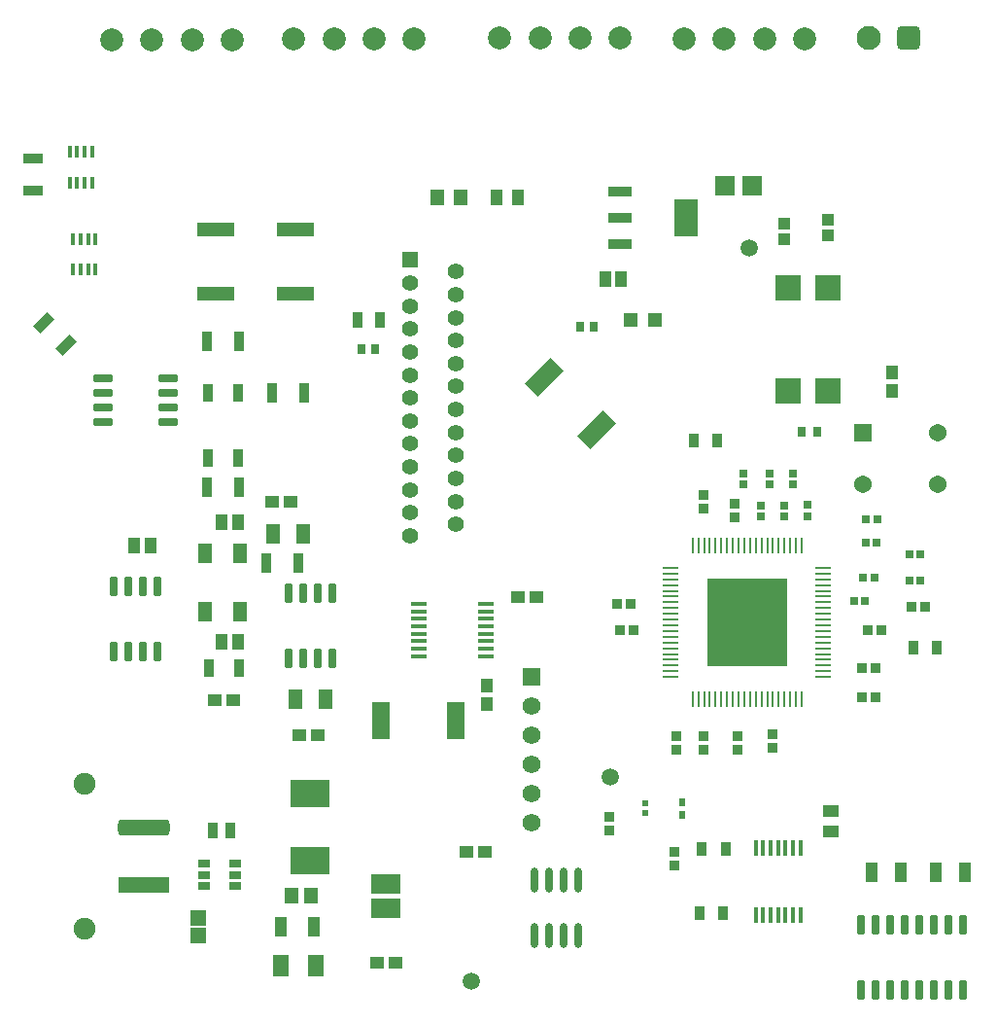
<source format=gbr>
G04*
G04 #@! TF.GenerationSoftware,Altium Limited,Altium Designer,25.2.1 (25)*
G04*
G04 Layer_Color=255*
%FSLAX25Y25*%
%MOIN*%
G70*
G04*
G04 #@! TF.SameCoordinates,93333BF9-B9FA-480E-9F15-3530D08D3613*
G04*
G04*
G04 #@! TF.FilePolarity,Positive*
G04*
G01*
G75*
%ADD18R,0.04758X0.03985*%
%ADD19O,0.02362X0.08661*%
%ADD20R,0.08465X0.12795*%
%ADD21R,0.08465X0.03740*%
G04:AMPARAMS|DCode=22|XSize=62.99mil|YSize=125.98mil|CornerRadius=0mil|HoleSize=0mil|Usage=FLASHONLY|Rotation=315.000|XOffset=0mil|YOffset=0mil|HoleType=Round|Shape=Rectangle|*
%AMROTATEDRECTD22*
4,1,4,-0.06681,-0.02227,0.02227,0.06681,0.06681,0.02227,-0.02227,-0.06681,-0.06681,-0.02227,0.0*
%
%ADD22ROTATEDRECTD22*%

%ADD23R,0.03963X0.05544*%
%ADD24R,0.05800X0.01400*%
%ADD25R,0.04724X0.05709*%
%ADD26R,0.06299X0.12598*%
%ADD27R,0.09055X0.08661*%
%ADD28R,0.04134X0.07087*%
%ADD29R,0.01797X0.03928*%
%ADD30R,0.04724X0.04724*%
%ADD31R,0.02894X0.03394*%
G04:AMPARAMS|DCode=32|XSize=271.65mil|YSize=303.15mil|CornerRadius=1.36mil|HoleSize=0mil|Usage=FLASHONLY|Rotation=180.000|XOffset=0mil|YOffset=0mil|HoleType=Round|Shape=RoundedRectangle|*
%AMROUNDEDRECTD32*
21,1,0.27165,0.30043,0,0,180.0*
21,1,0.26894,0.30315,0,0,180.0*
1,1,0.00272,-0.13447,0.15022*
1,1,0.00272,0.13447,0.15022*
1,1,0.00272,0.13447,-0.15022*
1,1,0.00272,-0.13447,-0.15022*
%
%ADD32ROUNDEDRECTD32*%
G04:AMPARAMS|DCode=33|XSize=9.84mil|YSize=51.18mil|CornerRadius=1.97mil|HoleSize=0mil|Usage=FLASHONLY|Rotation=180.000|XOffset=0mil|YOffset=0mil|HoleType=Round|Shape=RoundedRectangle|*
%AMROUNDEDRECTD33*
21,1,0.00984,0.04724,0,0,180.0*
21,1,0.00591,0.05118,0,0,180.0*
1,1,0.00394,-0.00295,0.02362*
1,1,0.00394,0.00295,0.02362*
1,1,0.00394,0.00295,-0.02362*
1,1,0.00394,-0.00295,-0.02362*
%
%ADD33ROUNDEDRECTD33*%
G04:AMPARAMS|DCode=34|XSize=9.84mil|YSize=51.18mil|CornerRadius=1.97mil|HoleSize=0mil|Usage=FLASHONLY|Rotation=270.000|XOffset=0mil|YOffset=0mil|HoleType=Round|Shape=RoundedRectangle|*
%AMROUNDEDRECTD34*
21,1,0.00984,0.04724,0,0,270.0*
21,1,0.00591,0.05118,0,0,270.0*
1,1,0.00394,-0.02362,-0.00295*
1,1,0.00394,-0.02362,0.00295*
1,1,0.00394,0.02362,0.00295*
1,1,0.00394,0.02362,-0.00295*
%
%ADD34ROUNDEDRECTD34*%
%ADD35R,0.06693X0.03740*%
%ADD36R,0.02362X0.02953*%
%ADD37R,0.03740X0.06693*%
%ADD38R,0.04724X0.06890*%
%ADD39R,0.04921X0.07087*%
G04:AMPARAMS|DCode=40|XSize=25.59mil|YSize=64.96mil|CornerRadius=1.92mil|HoleSize=0mil|Usage=FLASHONLY|Rotation=180.000|XOffset=0mil|YOffset=0mil|HoleType=Round|Shape=RoundedRectangle|*
%AMROUNDEDRECTD40*
21,1,0.02559,0.06112,0,0,180.0*
21,1,0.02175,0.06496,0,0,180.0*
1,1,0.00384,-0.01088,0.03056*
1,1,0.00384,0.01088,0.03056*
1,1,0.00384,0.01088,-0.03056*
1,1,0.00384,-0.01088,-0.03056*
%
%ADD40ROUNDEDRECTD40*%
%ADD41R,0.03985X0.04758*%
%ADD42R,0.03543X0.06102*%
%ADD43R,0.03740X0.06693*%
%ADD44R,0.02953X0.03543*%
%ADD45R,0.03740X0.05709*%
G04:AMPARAMS|DCode=46|XSize=25.59mil|YSize=64.96mil|CornerRadius=1.92mil|HoleSize=0mil|Usage=FLASHONLY|Rotation=90.000|XOffset=0mil|YOffset=0mil|HoleType=Round|Shape=RoundedRectangle|*
%AMROUNDEDRECTD46*
21,1,0.02559,0.06112,0,0,90.0*
21,1,0.02175,0.06496,0,0,90.0*
1,1,0.00384,0.03056,0.01088*
1,1,0.00384,0.03056,-0.01088*
1,1,0.00384,-0.03056,-0.01088*
1,1,0.00384,-0.03056,0.01088*
%
%ADD46ROUNDEDRECTD46*%
G04:AMPARAMS|DCode=47|XSize=37.4mil|YSize=66.93mil|CornerRadius=0mil|HoleSize=0mil|Usage=FLASHONLY|Rotation=315.000|XOffset=0mil|YOffset=0mil|HoleType=Round|Shape=Rectangle|*
%AMROTATEDRECTD47*
4,1,4,-0.03689,-0.01044,0.01044,0.03689,0.03689,0.01044,-0.01044,-0.03689,-0.03689,-0.01044,0.0*
%
%ADD47ROTATEDRECTD47*%

%ADD48R,0.12828X0.04550*%
%ADD49R,0.04331X0.05315*%
%ADD50R,0.03568X0.03563*%
%ADD51R,0.03563X0.03568*%
%ADD52R,0.02648X0.02816*%
%ADD53R,0.02816X0.02648*%
%ADD54R,0.04182X0.04560*%
%ADD55R,0.03765X0.04749*%
%ADD56R,0.06905X0.07111*%
%ADD57R,0.04134X0.04134*%
%ADD58R,0.05339X0.07316*%
G04:AMPARAMS|DCode=59|XSize=43.31mil|YSize=23.62mil|CornerRadius=2.01mil|HoleSize=0mil|Usage=FLASHONLY|Rotation=0.000|XOffset=0mil|YOffset=0mil|HoleType=Round|Shape=RoundedRectangle|*
%AMROUNDEDRECTD59*
21,1,0.04331,0.01961,0,0,0.0*
21,1,0.03929,0.02362,0,0,0.0*
1,1,0.00402,0.01965,-0.00980*
1,1,0.00402,-0.01965,-0.00980*
1,1,0.00402,-0.01965,0.00980*
1,1,0.00402,0.01965,0.00980*
%
%ADD59ROUNDEDRECTD59*%
G04:AMPARAMS|DCode=60|XSize=55.12mil|YSize=177.17mil|CornerRadius=13.78mil|HoleSize=0mil|Usage=FLASHONLY|Rotation=270.000|XOffset=0mil|YOffset=0mil|HoleType=Round|Shape=RoundedRectangle|*
%AMROUNDEDRECTD60*
21,1,0.05512,0.14961,0,0,270.0*
21,1,0.02756,0.17717,0,0,270.0*
1,1,0.02756,-0.07480,-0.01378*
1,1,0.02756,-0.07480,0.01378*
1,1,0.02756,0.07480,0.01378*
1,1,0.02756,0.07480,-0.01378*
%
%ADD60ROUNDEDRECTD60*%
%ADD61R,0.17717X0.05512*%
%ADD62R,0.03740X0.05315*%
%ADD63R,0.10261X0.06704*%
%ADD64R,0.01772X0.05807*%
%ADD65R,0.02254X0.02423*%
%ADD66R,0.03150X0.03740*%
%ADD67R,0.05733X0.05426*%
%ADD68R,0.05315X0.03937*%
%ADD69R,0.13500X0.09500*%
%ADD70R,0.04331X0.06693*%
%ADD71R,0.04921X0.05709*%
%ADD101C,0.06181*%
%ADD102R,0.06181X0.06181*%
%ADD105R,0.06063X0.06063*%
%ADD106C,0.06063*%
%ADD124C,0.08268*%
G04:AMPARAMS|DCode=125|XSize=82.68mil|YSize=82.68mil|CornerRadius=20.67mil|HoleSize=0mil|Usage=FLASHONLY|Rotation=180.000|XOffset=0mil|YOffset=0mil|HoleType=Round|Shape=RoundedRectangle|*
%AMROUNDEDRECTD125*
21,1,0.08268,0.04134,0,0,180.0*
21,1,0.04134,0.08268,0,0,180.0*
1,1,0.04134,-0.02067,0.02067*
1,1,0.04134,0.02067,0.02067*
1,1,0.04134,0.02067,-0.02067*
1,1,0.04134,-0.02067,-0.02067*
%
%ADD125ROUNDEDRECTD125*%
%ADD126C,0.07874*%
%ADD127R,0.05492X0.05492*%
%ADD128C,0.05492*%
%ADD129C,0.05906*%
%ADD130C,0.07480*%
D18*
X156000Y55000D02*
D03*
X162314D02*
D03*
X125343Y17000D02*
D03*
X131657D02*
D03*
X89343Y175000D02*
D03*
X95657D02*
D03*
X105000Y95000D02*
D03*
X98686D02*
D03*
X180000Y142500D02*
D03*
X173686D02*
D03*
X69843Y107000D02*
D03*
X76157D02*
D03*
D19*
X179500Y26551D02*
D03*
X184500D02*
D03*
X189500D02*
D03*
X194500D02*
D03*
X179500Y45449D02*
D03*
X184500D02*
D03*
X189500D02*
D03*
X194500D02*
D03*
D20*
X231500Y272500D02*
D03*
D21*
X208665Y263445D02*
D03*
Y272500D02*
D03*
Y281555D02*
D03*
D22*
X200748Y199652D02*
D03*
X182652Y217748D02*
D03*
D23*
X173844Y279500D02*
D03*
X166357D02*
D03*
D24*
X162831Y140059D02*
D03*
Y137500D02*
D03*
Y134941D02*
D03*
Y132382D02*
D03*
Y129823D02*
D03*
Y127264D02*
D03*
Y124705D02*
D03*
Y122146D02*
D03*
X139831D02*
D03*
Y124705D02*
D03*
Y127264D02*
D03*
Y129823D02*
D03*
Y132382D02*
D03*
Y134941D02*
D03*
Y137500D02*
D03*
Y140059D02*
D03*
D25*
X146263Y279400D02*
D03*
X154137D02*
D03*
D26*
X126905Y100000D02*
D03*
X152495D02*
D03*
D27*
X266329Y248433D02*
D03*
Y213000D02*
D03*
X280108D02*
D03*
Y248433D02*
D03*
D28*
X305020Y48000D02*
D03*
X294980D02*
D03*
X316976D02*
D03*
X327016D02*
D03*
D29*
X27677Y295000D02*
D03*
X25118D02*
D03*
X22559D02*
D03*
X20000D02*
D03*
Y284572D02*
D03*
X22559D02*
D03*
X25118D02*
D03*
X27677D02*
D03*
X28839Y254786D02*
D03*
X26280D02*
D03*
X23720D02*
D03*
X21161D02*
D03*
Y265214D02*
D03*
X23720D02*
D03*
X26280D02*
D03*
X28839D02*
D03*
D30*
X220768Y237500D02*
D03*
X212500D02*
D03*
D31*
X199923Y235000D02*
D03*
X195077D02*
D03*
D32*
X252401Y133747D02*
D03*
D33*
X271101Y107566D02*
D03*
X269133D02*
D03*
X267164D02*
D03*
X265196D02*
D03*
X263227D02*
D03*
X261259D02*
D03*
X259290D02*
D03*
X257322D02*
D03*
X255353D02*
D03*
X253385D02*
D03*
X251416D02*
D03*
X249448D02*
D03*
X247479D02*
D03*
X245511D02*
D03*
X243542D02*
D03*
X241574D02*
D03*
X239605D02*
D03*
X237637D02*
D03*
X235668D02*
D03*
X233700D02*
D03*
Y159928D02*
D03*
X235668D02*
D03*
X237637D02*
D03*
X239605D02*
D03*
X241574D02*
D03*
X243542D02*
D03*
X245511D02*
D03*
X247479D02*
D03*
X249448D02*
D03*
X251416D02*
D03*
X253385D02*
D03*
X255353D02*
D03*
X257322D02*
D03*
X259290D02*
D03*
X261259D02*
D03*
X263227D02*
D03*
X265196D02*
D03*
X267164D02*
D03*
X269133D02*
D03*
X271101D02*
D03*
D34*
X226220Y115046D02*
D03*
Y117015D02*
D03*
Y118983D02*
D03*
Y120952D02*
D03*
Y122920D02*
D03*
Y124889D02*
D03*
Y126857D02*
D03*
Y128826D02*
D03*
Y130794D02*
D03*
Y132763D02*
D03*
Y134731D02*
D03*
Y136700D02*
D03*
Y138668D02*
D03*
Y140637D02*
D03*
Y142605D02*
D03*
Y144574D02*
D03*
Y146542D02*
D03*
Y148511D02*
D03*
Y150479D02*
D03*
Y152448D02*
D03*
X278582D02*
D03*
Y150479D02*
D03*
Y148511D02*
D03*
Y146542D02*
D03*
Y144574D02*
D03*
Y142605D02*
D03*
Y140637D02*
D03*
Y138668D02*
D03*
Y136700D02*
D03*
Y134731D02*
D03*
Y132763D02*
D03*
Y130794D02*
D03*
Y128826D02*
D03*
Y126857D02*
D03*
Y124889D02*
D03*
Y122920D02*
D03*
Y120952D02*
D03*
Y118983D02*
D03*
Y117015D02*
D03*
Y115046D02*
D03*
D35*
X7600Y292912D02*
D03*
Y281888D02*
D03*
D36*
X230000Y72165D02*
D03*
Y67835D02*
D03*
D37*
X98512Y154000D02*
D03*
X87488D02*
D03*
X66988Y230000D02*
D03*
X78012D02*
D03*
D38*
X100118Y164072D02*
D03*
X89882D02*
D03*
X97500Y107500D02*
D03*
X107736D02*
D03*
D39*
X78504Y137500D02*
D03*
X66496D02*
D03*
Y157500D02*
D03*
X78504D02*
D03*
D40*
X35000Y123878D02*
D03*
X40000D02*
D03*
X45000D02*
D03*
X50000D02*
D03*
X35000Y146122D02*
D03*
X40000D02*
D03*
X45000D02*
D03*
X50000D02*
D03*
X95000Y121378D02*
D03*
X100000D02*
D03*
X105000D02*
D03*
X110000D02*
D03*
X95000Y143622D02*
D03*
X100000D02*
D03*
X105000D02*
D03*
X110000D02*
D03*
X291500Y7878D02*
D03*
X296500D02*
D03*
X301500D02*
D03*
X306500D02*
D03*
X311500D02*
D03*
X316500D02*
D03*
X321500D02*
D03*
X326500D02*
D03*
X291500Y30122D02*
D03*
X296500D02*
D03*
X301500D02*
D03*
X306500D02*
D03*
X311500D02*
D03*
X316500D02*
D03*
X321500D02*
D03*
X326500D02*
D03*
D41*
X163000Y105843D02*
D03*
Y112157D02*
D03*
D42*
X77716Y212500D02*
D03*
X67283D02*
D03*
X77716Y190000D02*
D03*
X67283D02*
D03*
X78216Y118000D02*
D03*
X67783D02*
D03*
D43*
X100512Y212500D02*
D03*
X89488D02*
D03*
X66988Y180000D02*
D03*
X78012D02*
D03*
D44*
X120000Y227500D02*
D03*
X124724D02*
D03*
D45*
X118661Y237500D02*
D03*
X126339D02*
D03*
D46*
X53622Y202500D02*
D03*
Y207500D02*
D03*
Y212500D02*
D03*
Y217500D02*
D03*
X31378Y202500D02*
D03*
Y207500D02*
D03*
Y212500D02*
D03*
Y217500D02*
D03*
D47*
X18897Y228603D02*
D03*
X11103Y236397D02*
D03*
D48*
X70000Y268529D02*
D03*
Y246472D02*
D03*
X97500D02*
D03*
Y268529D02*
D03*
D49*
X72244Y168000D02*
D03*
X77756D02*
D03*
X42244Y160000D02*
D03*
X47756D02*
D03*
X209256Y251500D02*
D03*
X203744D02*
D03*
X72244Y127000D02*
D03*
X77756D02*
D03*
D50*
X237500Y172771D02*
D03*
Y177500D02*
D03*
X249000Y90136D02*
D03*
Y94864D02*
D03*
X261000Y90636D02*
D03*
Y95364D02*
D03*
X228000Y90000D02*
D03*
Y94729D02*
D03*
X237500Y90136D02*
D03*
Y94864D02*
D03*
X248000Y174364D02*
D03*
Y169635D02*
D03*
X205000Y62500D02*
D03*
Y67229D02*
D03*
X227500Y50271D02*
D03*
Y55000D02*
D03*
D51*
X291636Y118000D02*
D03*
X296364D02*
D03*
X207771Y140000D02*
D03*
X212500D02*
D03*
X208636Y131000D02*
D03*
X213364D02*
D03*
X298364D02*
D03*
X293636D02*
D03*
X313364Y139000D02*
D03*
X308636D02*
D03*
X296364Y108000D02*
D03*
X291636D02*
D03*
D52*
X260000Y181116D02*
D03*
Y184884D02*
D03*
X265000Y170116D02*
D03*
Y173884D02*
D03*
X257000Y170116D02*
D03*
Y173884D02*
D03*
X251000Y181000D02*
D03*
Y184768D02*
D03*
X273000Y170232D02*
D03*
Y174000D02*
D03*
X268000Y181116D02*
D03*
Y184884D02*
D03*
D53*
X289116Y141000D02*
D03*
X292884D02*
D03*
X308116Y148000D02*
D03*
X311884D02*
D03*
X292232Y149000D02*
D03*
X296000D02*
D03*
X308116Y157000D02*
D03*
X311884D02*
D03*
X293116Y161000D02*
D03*
X296884D02*
D03*
X293232Y169000D02*
D03*
X297000D02*
D03*
D54*
X302000Y213000D02*
D03*
Y219512D02*
D03*
D55*
X309429Y125000D02*
D03*
X317500D02*
D03*
X242035Y196000D02*
D03*
X233965D02*
D03*
X236929Y56000D02*
D03*
X245000D02*
D03*
X235965Y34000D02*
D03*
X244035D02*
D03*
D56*
X244870Y283500D02*
D03*
X254130D02*
D03*
D57*
X280000Y266500D02*
D03*
Y271815D02*
D03*
X265000Y265125D02*
D03*
Y270440D02*
D03*
D58*
X92492Y16000D02*
D03*
X104508D02*
D03*
D59*
X76630Y50980D02*
D03*
Y47240D02*
D03*
Y43500D02*
D03*
X66000Y50980D02*
D03*
Y47240D02*
D03*
Y43500D02*
D03*
D60*
X45276Y63342D02*
D03*
D61*
Y43657D02*
D03*
D62*
X69095Y62500D02*
D03*
X75000D02*
D03*
D63*
X128558Y44000D02*
D03*
Y35728D02*
D03*
D64*
X255323Y33433D02*
D03*
X257882D02*
D03*
X260441D02*
D03*
X263000D02*
D03*
X265559D02*
D03*
X268118D02*
D03*
X270677D02*
D03*
Y56567D02*
D03*
X268118D02*
D03*
X265559D02*
D03*
X263000D02*
D03*
X260441D02*
D03*
X257882D02*
D03*
X255323D02*
D03*
D65*
X217500Y68313D02*
D03*
Y71687D02*
D03*
D66*
X276315Y199190D02*
D03*
X271000D02*
D03*
D67*
X64000Y26484D02*
D03*
Y32500D02*
D03*
D68*
X281000Y69087D02*
D03*
Y62000D02*
D03*
D69*
X102500Y52000D02*
D03*
Y75000D02*
D03*
D70*
X92291Y29500D02*
D03*
X103709D02*
D03*
D71*
X102693Y40000D02*
D03*
X96000D02*
D03*
D101*
X178500Y65000D02*
D03*
Y75000D02*
D03*
Y85000D02*
D03*
Y95000D02*
D03*
Y105000D02*
D03*
D102*
Y115000D02*
D03*
D105*
X292205Y198858D02*
D03*
D106*
X317795D02*
D03*
X292205Y181142D02*
D03*
X317795D02*
D03*
D124*
X294110Y334150D02*
D03*
D125*
X307890D02*
D03*
D126*
X75800Y333500D02*
D03*
X62020D02*
D03*
X48241D02*
D03*
X34461D02*
D03*
X272139Y333600D02*
D03*
X258359D02*
D03*
X244580D02*
D03*
X230800D02*
D03*
X208859Y334000D02*
D03*
X195080D02*
D03*
X181300D02*
D03*
X167520D02*
D03*
X138261Y333800D02*
D03*
X124482D02*
D03*
X110702D02*
D03*
X96923D02*
D03*
D127*
X136752Y257933D02*
D03*
D128*
Y250059D02*
D03*
Y242185D02*
D03*
Y234311D02*
D03*
Y226437D02*
D03*
Y218563D02*
D03*
Y210689D02*
D03*
Y202815D02*
D03*
Y194941D02*
D03*
Y187067D02*
D03*
Y179193D02*
D03*
Y171319D02*
D03*
Y163445D02*
D03*
X152500Y253996D02*
D03*
Y246122D02*
D03*
Y238248D02*
D03*
Y230374D02*
D03*
Y222500D02*
D03*
Y214626D02*
D03*
Y206752D02*
D03*
Y198878D02*
D03*
Y191004D02*
D03*
Y183130D02*
D03*
Y175256D02*
D03*
Y167382D02*
D03*
D129*
X157900Y10700D02*
D03*
X205600Y80900D02*
D03*
X253100Y262000D02*
D03*
D130*
X25000Y78303D02*
D03*
Y28697D02*
D03*
M02*

</source>
